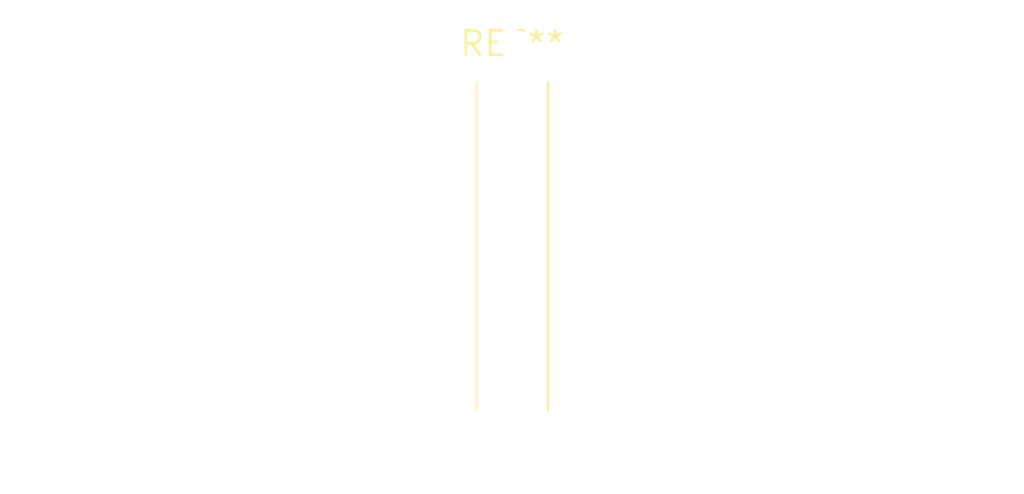
<source format=kicad_pcb>
(kicad_pcb (version 20240108) (generator pcbnew)
  (layers (0 "F.Cu" signal) (31 "B.Cu" signal) (34 "B.Paste" user) (35 "F.Paste" user) (36 "B.SilkS" user "B.Silkscreen") (37 "F.SilkS" user "F.Silkscreen") (38 "B.Mask" user) (39 "F.Mask" user) (44 "Edge.Cuts" user))
  (net 0 "")
  (footprint "SolderWire-0.75sqmm_1x01_D1.25mm_OD3.5mm_Relief" (layer "F.Cu") (at 0 0)
    (property "Reference" "REF**")
    (property "Value" "SolderWire-0.75sqmm_1x01_D1.25mm_OD3.5mm_Relief")
    (fp_line (start -1.86 2.01) (end -1.86 19.14) (layer "F.SilkS") (stroke (width 0.12)))
    (fp_line (start 1.86 2.01) (end 1.86 19.14) (layer "F.SilkS") (stroke (width 0.12)))
    (pad "" np_thru_hole circle (at 0 21) (size 4 4) (drill 4) (layers *.Cu *.Mask))
    (pad "1" thru_hole roundrect (at 0 0) (size 3.5 3.5) (drill 1.55) (layers *.Cu *.Mask) (remove_unused_layers) (roundrect_rratio 0.071429))
  )
)
</source>
